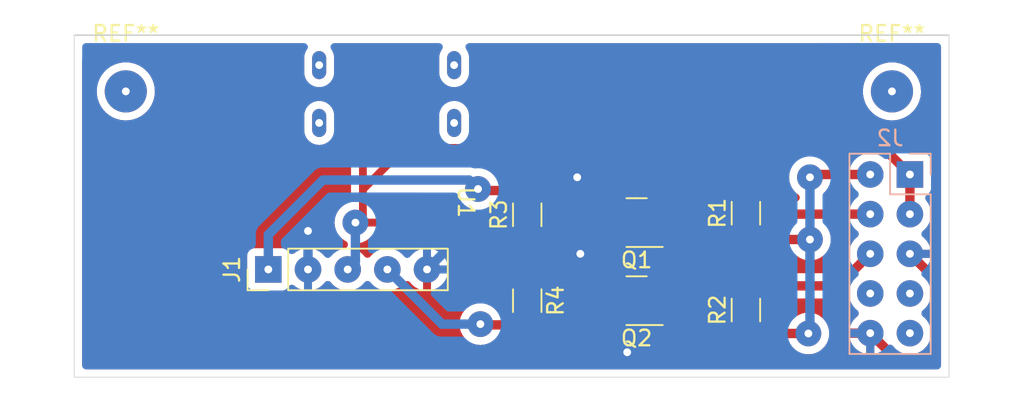
<source format=kicad_pcb>
(kicad_pcb (version 20211014) (generator pcbnew)
  (layers (0 "F.Cu" mixed) (31 "B.Cu" mixed) (34 "B.Paste" user) (35 "F.Paste" user) (36 "B.SilkS" user "B.Silkscreen") (37 "F.SilkS" user "F.Silkscreen") (38 "B.Mask" user) (39 "F.Mask" user) (44 "Edge.Cuts" user))
  (net 0 "")
  (net 1 "SDA_5v")
  (net 2 "GND")
  (net 3 "5v")
  (net 4 "SCL_5V")
  (net 5 "3v3")
  (net 6 "SDA")
  (net 7 "SCL")
  (net 10 "GPIO04")
  (net 11 "GPIO14")
  (net 12 "GPIO15")
  (footprint "MountingHole:MountingHole_2.7mm" (layer "F.Cu") (at 120.3 56.1)
    (fp_text reference "REF**" (at 0 -3.7) (layer "F.SilkS"))
    (fp_text value "MountingHole_2.7mm")
    (pad "" np_thru_hole circle locked (at 0 0) (size 2.7 2.7) (drill 0.5) (layers *.Cu *.Mask))
  )
  (footprint "Package_TO_SOT_SMD:SOT-23" (layer "F.Cu") (at 153 64.5 180)
    (fp_text reference "Q1" (at 0 -2.4) (layer "F.SilkS"))
    (fp_text value "BSS138")
    (fp_line (start 0 1.56) (end -0.65 1.56) (layer "F.SilkS") (width 0.12))
    (fp_line (start 0 1.56) (end 0.65 1.56) (layer "F.SilkS") (width 0.12))
    (fp_line (start 0 -1.56) (end -1.675 -1.56) (layer "F.SilkS") (width 0.12))
    (fp_line (start 0 -1.56) (end 0.65 -1.56) (layer "F.SilkS") (width 0.12))
    (pad "1" smd roundrect locked (at -0.9375 -0.95 180) (size 1.475 0.6) (layers "F.Cu" "F.Paste" "F.Mask") (net 5 "3v3"))
    (pad "2" smd roundrect locked (at -0.9375 0.95 180) (size 1.475 0.6) (layers "F.Cu" "F.Paste" "F.Mask") (net 6 "SDA"))
    (pad "3" smd roundrect locked (at 0.9375 0 180) (size 1.475 0.6) (layers "F.Cu" "F.Paste" "F.Mask") (net 1 "SDA_5v"))
  )
  (footprint "MountingHole:MountingHole_2.7mm" (layer "F.Cu") (at 169.35 56.1)
    (fp_text reference "REF**" (at 0 -3.7) (layer "F.SilkS"))
    (fp_text value "MountingHole_2.7mm")
    (pad "" np_thru_hole circle locked (at 0 0) (size 2.7 2.7) (drill 0.5) (layers *.Cu *.Mask))
  )
  (footprint "Connector_PinHeader_2.54mm:PinHeader_1x05_P2.54mm_Vertical" (layer "F.Cu") (at 129.425 67.5 90)
    (fp_text reference "J1" (at 0 -2.33 90) (layer "F.SilkS"))
    (fp_text value "Conn_01x05_Male")
    (fp_line (start -1.33 1.27) (end -1.33 11.49) (layer "F.SilkS") (width 0.12))
    (fp_line (start -1.33 1.27) (end 1.33 1.27) (layer "F.SilkS") (width 0.12))
    (fp_line (start 1.33 1.27) (end 1.33 11.49) (layer "F.SilkS") (width 0.12))
    (fp_line (start -1.33 11.49) (end 1.33 11.49) (layer "F.SilkS") (width 0.12))
    (fp_line (start -1.33 -1.33) (end 0 -1.33) (layer "F.SilkS") (width 0.12))
    (fp_line (start -1.33 0) (end -1.33 -1.33) (layer "F.SilkS") (width 0.12))
    (pad "1" thru_hole rect locked (at 0 0 90) (size 1.7 1.7) (drill 0.5) (layers *.Cu *.Mask) (net 1 "SDA_5v"))
    (pad "2" thru_hole oval locked (at 0 2.54 90) (size 1.7 1.7) (drill 0.5) (layers *.Cu *.Mask) (net 2 "GND"))
    (pad "3" thru_hole oval locked (at 0 5.08 90) (size 1.7 1.7) (drill 0.5) (layers *.Cu *.Mask) (net 3 "5v"))
    (pad "4" thru_hole oval locked (at 0 7.62 90) (size 1.7 1.7) (drill 0.5) (layers *.Cu *.Mask) (net 4 "SCL_5V"))
    (pad "5" thru_hole oval locked (at 0 10.16 90) (size 1.7 1.7) (drill 0.5) (layers *.Cu *.Mask) (net 2 "GND"))
  )
  (footprint "Resistor_SMD:R_1206_3216Metric_Pad1.30x1.75mm_HandSolder" (layer "F.Cu") (at 146 69.5 -90)
    (fp_text reference "R4" (at 0 -1.82 90) (layer "F.SilkS"))
    (fp_text value "10k")
    (fp_line (start -0.727064 -0.91) (end 0.727064 -0.91) (layer "F.SilkS") (width 0.12))
    (fp_line (start -0.727064 0.91) (end 0.727064 0.91) (layer "F.SilkS") (width 0.12))
    (pad "1" smd roundrect locked (at -1.55 0 270) (size 1.3 1.75) (layers "F.Cu" "F.Paste" "F.Mask") (roundrect_rratio 0.1923076923) (net 3 "5v"))
    (pad "2" smd roundrect locked (at 1.55 0 270) (size 1.3 1.75) (layers "F.Cu" "F.Paste" "F.Mask") (roundrect_rratio 0.1923076923) (net 4 "SCL_5V"))
  )
  (footprint "Package_TO_SOT_SMD:SOT-23" (layer "F.Cu") (at 153 69.5 180)
    (fp_text reference "Q2" (at 0 -2.4) (layer "F.SilkS"))
    (fp_text value "BSS138")
    (fp_line (start 0 -1.56) (end -1.675 -1.56) (layer "F.SilkS") (width 0.12))
    (fp_line (start 0 1.56) (end 0.65 1.56) (layer "F.SilkS") (width 0.12))
    (fp_line (start 0 -1.56) (end 0.65 -1.56) (layer "F.SilkS") (width 0.12))
    (fp_line (start 0 1.56) (end -0.65 1.56) (layer "F.SilkS") (width 0.12))
    (pad "1" smd roundrect locked (at -0.9375 -0.95 180) (size 1.475 0.6) (layers "F.Cu" "F.Paste" "F.Mask") (net 5 "3v3"))
    (pad "2" smd roundrect locked (at -0.9375 0.95 180) (size 1.475 0.6) (layers "F.Cu" "F.Paste" "F.Mask") (net 7 "SCL"))
    (pad "3" smd roundrect locked (at 0.9375 0 180) (size 1.475 0.6) (layers "F.Cu" "F.Paste" "F.Mask") (net 4 "SCL_5V"))
  )
  (footprint ".Ambisonic:USB-C" (layer "F.Cu") (at 137 50.5 180)
    (fp_text reference "U1" (at -5.08 -12.7 270 unlocked) (layer "F.SilkS"))
    (fp_text value "USB-C")
    (pad "" np_thru_hole oval (at 4.32 -3.92 180) (size 0.9 1.8) (drill 0.5) (layers F&B.Cu *.Mask))
    (pad "" np_thru_hole oval (at 4.32 -7.62 180) (size 0.9 1.8) (drill 0.5) (layers F&B.Cu *.Mask))
    (pad "" np_thru_hole oval (at -4.32 -3.92 180) (size 0.9 1.8) (drill 0.5) (layers F&B.Cu *.Mask))
    (pad "" np_thru_hole oval (at -4.32 -7.62 180) (size 0.9 1.8) (drill 0.5) (layers F&B.Cu *.Mask))
    (pad "1" smd roundrect (at -2.75 -7.622136 180) (size 0.9 1.6) (layers "F.Cu" "F.Paste" "F.Mask") (net 2 "GND"))
    (pad "2" smd roundrect (at -1.52 -7.62 180) (size 0.8 1.6) (layers "F.Cu" "F.Paste" "F.Mask") (net 3 "5v"))
    (pad "3" smd roundrect (at -0.5 -7.62 180) (size 0.7 1.6) (layers "F.Cu" "F.Paste" "F.Mask"))
    (pad "4" smd roundrect (at 0.5 -7.62 180) (size 0.7 1.6) (layers "F.Cu" "F.Paste" "F.Mask"))
    (pad "5" smd roundrect (at 1.52 -7.62 180) (size 0.8 1.6) (layers "F.Cu" "F.Paste" "F.Mask") (net 3 "5v"))
    (pad "6" smd roundrect (at 2.75 -7.62 180) (size 0.9 1.6) (layers "F.Cu" "F.Paste" "F.Mask") (net 2 "GND"))
  )
  (footprint "Resistor_SMD:R_1206_3216Metric_Pad1.30x1.75mm_HandSolder" (layer "F.Cu") (at 146 64 90)
    (fp_text reference "R3" (at 0 -1.82 90) (layer "F.SilkS"))
    (fp_text value "10k")
    (fp_line (start -0.727064 0.91) (end 0.727064 0.91) (layer "F.SilkS") (width 0.12))
    (fp_line (start -0.727064 -0.91) (end 0.727064 -0.91) (layer "F.SilkS") (width 0.12))
    (pad "1" smd roundrect locked (at -1.55 0 90) (size 1.3 1.75) (layers "F.Cu" "F.Paste" "F.Mask") (roundrect_rratio 0.1923076923) (net 3 "5v"))
    (pad "2" smd roundrect locked (at 1.55 0 90) (size 1.3 1.75) (layers "F.Cu" "F.Paste" "F.Mask") (roundrect_rratio 0.1923076923) (net 1 "SDA_5v"))
  )
  (footprint "Resistor_SMD:R_1206_3216Metric_Pad1.30x1.75mm_HandSolder" (layer "F.Cu") (at 160 70.1 90)
    (fp_text reference "R2" (at 0 -1.82 90) (layer "F.SilkS"))
    (fp_text value "10k")
    (fp_line (start -0.727064 0.91) (end 0.727064 0.91) (layer "F.SilkS") (width 0.12))
    (fp_line (start -0.727064 -0.91) (end 0.727064 -0.91) (layer "F.SilkS") (width 0.12))
    (pad "1" smd roundrect locked (at -1.55 0 90) (size 1.3 1.75) (layers "F.Cu" "F.Paste" "F.Mask") (roundrect_rratio 0.1923076923) (net 5 "3v3"))
    (pad "2" smd roundrect locked (at 1.55 0 90) (size 1.3 1.75) (layers "F.Cu" "F.Paste" "F.Mask") (roundrect_rratio 0.1923076923) (net 7 "SCL"))
  )
  (footprint "Resistor_SMD:R_1206_3216Metric_Pad1.30x1.75mm_HandSolder" (layer "F.Cu") (at 160 63.9 90)
    (fp_text reference "R1" (at 0 -1.82 90) (layer "F.SilkS"))
    (fp_text value "10k")
    (fp_line (start -0.727064 0.91) (end 0.727064 0.91) (layer "F.SilkS") (width 0.12))
    (fp_line (start -0.727064 -0.91) (end 0.727064 -0.91) (layer "F.SilkS") (width 0.12))
    (pad "1" smd roundrect locked (at -1.55 0 90) (size 1.3 1.75) (layers "F.Cu" "F.Paste" "F.Mask") (roundrect_rratio 0.1923076923) (net 5 "3v3"))
    (pad "2" smd roundrect locked (at 1.55 0 90) (size 1.3 1.75) (layers "F.Cu" "F.Paste" "F.Mask") (roundrect_rratio 0.1923076923) (net 6 "SDA"))
  )
  (footprint "Connector_PinHeader_2.54mm:PinHeader_2x05_P2.54mm_Vertical" (layer "B.Cu") (at 170.5 61.42 180)
    (fp_text reference "J2" (at 1.27 2.33) (layer "B.SilkS") (effects (justify mirror)))
    (fp_text value "Conn_02x05_Odd_Even")
    (fp_line (start -1.33 1.33) (end 0 1.33) (layer "B.SilkS") (width 0.12))
    (fp_line (start 1.27 1.33) (end 3.87 1.33) (layer "B.SilkS") (width 0.12))
    (fp_line (start -1.33 0) (end -1.33 1.33) (layer "B.SilkS") (width 0.12))
    (fp_line (start -1.33 -1.27) (end 1.27 -1.27) (layer "B.SilkS") (width 0.12))
    (fp_line (start -1.33 -1.27) (end -1.33 -11.49) (layer "B.SilkS") (width 0.12))
    (fp_line (start 1.27 -1.27) (end 1.27 1.33) (layer "B.SilkS") (width 0.12))
    (fp_line (start -1.33 -11.49) (end 3.87 -11.49) (layer "B.SilkS") (width 0.12))
    (fp_line (start 3.87 1.33) (end 3.87 -11.49) (layer "B.SilkS") (width 0.12))
    (pad "1" thru_hole rect locked (at 0 0 180) (size 1.7 1.7) (drill 0.5) (layers *.Cu *.Mask) (net 3 "5v"))
    (pad "2" thru_hole oval locked (at 2.54 0 180) (size 1.7 1.7) (drill 0.5) (layers *.Cu *.Mask) (net 5 "3v3"))
    (pad "3" thru_hole oval locked (at 0 -2.54 180) (size 1.7 1.7) (drill 0.5) (layers *.Cu *.Mask) (net 3 "5v"))
    (pad "4" thru_hole oval locked (at 2.54 -2.54 180) (size 1.7 1.7) (drill 0.5) (layers *.Cu *.Mask) (net 6 "SDA"))
    (pad "5" thru_hole oval locked (at 0 -5.08 180) (size 1.7 1.7) (drill 0.5) (layers *.Cu *.Mask) (net 2 "GND"))
    (pad "6" thru_hole oval locked (at 2.54 -5.08 180) (size 1.7 1.7) (drill 0.5) (layers *.Cu *.Mask) (net 7 "SCL"))
    (pad "7" thru_hole oval locked (at 0 -7.62 180) (size 1.7 1.7) (drill 0.5) (layers *.Cu *.Mask) (net 11 "GPIO14"))
    (pad "8" thru_hole oval locked (at 2.54 -7.62 180) (size 1.7 1.7) (drill 0.5) (layers *.Cu *.Mask) (net 10 "GPIO04"))
    (pad "9" thru_hole oval locked (at 0 -10.16 180) (size 1.7 1.7) (drill 0.5) (layers *.Cu *.Mask) (net 12 "GPIO15"))
    (pad "10" thru_hole oval locked (at 2.54 -10.16 180) (size 1.7 1.7) (drill 0.5) (layers *.Cu *.Mask) (net 2 "GND"))
  )
  (gr_line (start 117 52.5) (end 117 74.4) (layer "Edge.Cuts") (width 0.05))
  (gr_line (start 173 52.5) (end 117 52.5) (layer "Edge.Cuts") (width 0.1))
  (gr_line (start 173 52.5) (end 173 74.4) (layer "Edge.Cuts") (width 0.05))
  (gr_line (start 173 74.4) (end 117 74.4) (layer "Edge.Cuts") (width 0.05))
  (segment (start 148.05 64.5) (end 146 62.45) (width 0.6) (layer "F.Cu") (net 1))
  (segment (start 142.95 62.45) (end 142.85 62.35) (width 0.6) (layer "F.Cu") (net 1))
  (segment (start 146 62.45) (end 142.95 62.45) (width 0.6) (layer "F.Cu") (net 1))
  (segment (start 152.0625 64.5) (end 148.05 64.5) (width 0.6) (layer "F.Cu") (net 1))
  (via (at 142.85 62.35) (size 1.65) (drill 0.5) (layers "F.Cu" "B.Cu") (net 1))
  (segment (start 142.85 62.35) (end 142.275969 61.775969) (width 0.6) (layer "B.Cu") (net 1))
  (segment (start 129.425 65.275) (end 129.425 67.5) (width 0.6) (layer "B.Cu") (net 1))
  (segment (start 132.924031 61.775969) (end 129.425 65.275) (width 0.6) (layer "B.Cu") (net 1))
  (segment (start 142.275969 61.775969) (end 132.924031 61.775969) (width 0.6) (layer "B.Cu") (net 1))
  (segment (start 167.96 71.58) (end 166.52 71.58) (width 0.6) (layer "F.Cu") (net 2))
  (segment (start 152.824511 73.224511) (end 152.4 72.8) (width 0.6) (layer "F.Cu") (net 2))
  (segment (start 170.5 66.5) (end 172.149511 68.149511) (width 0.6) (layer "F.Cu") (net 2))
  (segment (start 134.25 56.75) (end 134.25 58.12) (width 0.6) (layer "F.Cu") (net 2))
  (segment (start 134.2 62.8) (end 131.965 65.035) (width 0.6) (layer "F.Cu") (net 2))
  (segment (start 134.25 58.12) (end 134.2 58.17) (width 0.6) (layer "F.Cu") (net 2))
  (segment (start 139.75 58.122136) (end 139.75 57.136466) (width 0.6) (layer "F.Cu") (net 2))
  (segment (start 140 67.085) (end 139.585 67.5) (width 0.6) (layer "F.Cu") (net 2))
  (segment (start 164.672896 73.224511) (end 153.624511 73.224511) (width 0.6) (layer "F.Cu") (net 2))
  (segment (start 134.2 58.17) (end 134.2 62.8) (width 0.6) (layer "F.Cu") (net 2))
  (segment (start 169.88 73.5) (end 167.96 71.58) (width 0.6) (layer "F.Cu") (net 2))
  (segment (start 166.317407 71.58) (end 164.672896 73.224511) (width 0.6) (layer "F.Cu") (net 2))
  (segment (start 166.52 71.58) (end 166.317407 71.58) (width 0.6) (layer "F.Cu") (net 2))
  (segment (start 139.75 57.136466) (end 139.134014 56.52048) (width 0.6) (layer "F.Cu") (net 2))
  (segment (start 172.149511 68.149511) (end 172.149511 72.263251) (width 0.6) (layer "F.Cu") (net 2))
  (segment (start 139.134014 56.52048) (end 134.47952 56.52048) (width 0.6) (layer "F.Cu") (net 2))
  (segment (start 153.624511 73.224511) (end 152.824511 73.224511) (width 0.6) (layer "F.Cu") (net 2))
  (segment (start 170.912762 73.5) (end 169.88 73.5) (width 0.6) (layer "F.Cu") (net 2))
  (segment (start 134.25 58.12) (end 134.25 58.272113) (width 0.5) (layer "F.Cu") (net 2))
  (segment (start 172.149511 72.263251) (end 170.912762 73.5) (width 0.6) (layer "F.Cu") (net 2))
  (segment (start 134.47952 56.52048) (end 134.25 56.75) (width 0.6) (layer "F.Cu") (net 2))
  (via (at 152.4 72.8) (size 1.65) (drill 0.5) (layers "F.Cu" "B.Cu") (net 2))
  (via (at 149.2 61.6) (size 1.65) (drill 0.5) (layers "F.Cu" "B.Cu") (net 2))
  (via (at 149.4 66.5) (size 1.65) (drill 0.5) (layers "F.Cu" "B.Cu") (net 2))
  (via (at 131.965 65.035) (size 1.65) (drill 0.5) (layers "F.Cu" "B.Cu") (net 2))
  (segment (start 141.5425 65.5425) (end 138.875489 62.875489) (width 0.6) (layer "B.Cu") (net 2))
  (segment (start 134.124511 62.875489) (end 131.965 65.035) (width 0.6) (layer "B.Cu") (net 2))
  (segment (start 152.4 72.8) (end 144.91225 65.31225) (width 0.6) (layer "B.Cu") (net 2))
  (segment (start 131.965 65.035) (end 131.965 67.5) (width 0.6) (layer "B.Cu") (net 2))
  (segment (start 144.91225 65.31225) (end 141.77275 65.31225) (width 0.6) (layer "B.Cu") (net 2))
  (segment (start 141.5425 65.5425) (end 139.585 67.5) (width 0.6) (layer "B.Cu") (net 2))
  (segment (start 141.77275 65.31225) (end 141.5425 65.5425) (width 0.6) (layer "B.Cu") (net 2))
  (segment (start 138.875489 62.875489) (end 134.124511 62.875489) (width 0.6) (layer "B.Cu") (net 2))
  (segment (start 138.089511 59.770489) (end 137.33 60.53) (width 0.6) (layer "F.Cu") (net 3))
  (segment (start 136.58 61.28) (end 135.83 62.03) (width 0.5) (layer "F.Cu") (net 3))
  (segment (start 170.5 63.96) (end 170.5 61.42) (width 0.6) (layer "F.Cu") (net 3))
  (segment (start 135 64.5) (end 144.95 64.5) (width 0.5) (layer "F.Cu") (net 3))
  (segment (start 144.95 64.5) (end 146 65.55) (width 0.5) (layer "F.Cu") (net 3))
  (segment (start 138.52 58.12) (end 138.52 59.34) (width 0.5) (layer "F.Cu") (net 3))
  (segment (start 135.83 62.03) (end 135.48 62.38) (width 0.5) (layer "F.Cu") (net 3))
  (segment (start 168.850489 59.770489) (end 138.089511 59.770489) (width 0.6) (layer "F.Cu") (net 3))
  (segment (start 135.48 62.38) (end 135.48 58.12) (width 0.5) (layer "F.Cu") (net 3))
  (segment (start 137.33 60.53) (end 136.58 61.28) (width 0.5) (layer "F.Cu") (net 3))
  (segment (start 135 64.5) (end 135.48 64.02) (width 0.5) (layer "F.Cu") (net 3))
  (segment (start 146 67.1) (end 146 67.95) (width 0.6) (layer "F.Cu") (net 3))
  (segment (start 170.5 61.42) (end 168.850489 59.770489) (width 0.6) (layer "F.Cu") (net 3))
  (segment (start 138.52 59.34) (end 137.33 60.53) (width 0.5) (layer "F.Cu") (net 3))
  (segment (start 135.48 64.02) (end 135.48 62.38) (width 0.5) (layer "F.Cu") (net 3))
  (segment (start 146 65.55) (end 146 67.1) (width 0.6) (layer "F.Cu") (net 3))
  (via (at 135 64.5) (size 1.65) (drill 0.5) (layers "F.Cu" "B.Cu") (net 3))
  (segment (start 135 64.5) (end 135 67.005) (width 0.6) (layer "B.Cu") (net 3))
  (segment (start 135 67.005) (end 134.505 67.5) (width 0.6) (layer "B.Cu") (net 3))
  (segment (start 146 71.05) (end 143.05 71.05) (width 0.6) (layer "F.Cu") (net 4))
  (segment (start 147.55 69.5) (end 146 71.05) (width 0.6) (layer "F.Cu") (net 4))
  (segment (start 152.0625 69.5) (end 147.55 69.5) (width 0.6) (layer "F.Cu") (net 4))
  (segment (start 143.05 71.05) (end 143 71) (width 0.6) (layer "F.Cu") (net 4))
  (via (at 143 71) (size 1.65) (drill 0.5) (layers "F.Cu" "B.Cu") (net 4))
  (segment (start 140.545 71) (end 137.045 67.5) (width 0.6) (layer "B.Cu") (net 4))
  (segment (start 143 71) (end 140.545 71) (width 0.6) (layer "B.Cu") (net 4))
  (segment (start 160 65.45) (end 153.9375 65.45) (width 0.6) (layer "F.Cu") (net 5))
  (segment (start 160.1345 65.5845) (end 160 65.45) (width 0.6) (layer "F.Cu") (net 5))
  (segment (start 167.96 61.42) (end 164.28 61.42) (width 0.6) (layer "F.Cu") (net 5))
  (segment (start 164 71.6) (end 160.05 71.6) (width 0.6) (layer "F.Cu") (net 5))
  (segment (start 160 71.65) (end 155.1375 71.65) (width 0.6) (layer "F.Cu") (net 5))
  (segment (start 160.05 71.6) (end 160 71.65) (width 0.6) (layer "F.Cu") (net 5))
  (segment (start 155.1375 71.65) (end 153.9375 70.45) (width 0.6) (layer "F.Cu") (net 5))
  (segment (start 164.28 61.42) (end 164.1 61.6) (width 0.6) (layer "F.Cu") (net 5))
  (segment (start 164.1 65.5845) (end 160.1345 65.5845) (width 0.6) (layer "F.Cu") (net 5))
  (via (at 164.1 61.6) (size 1.65) (drill 0.5) (layers "F.Cu" "B.Cu") (net 5))
  (via (at 164 71.6) (size 1.65) (drill 0.5) (layers "F.Cu" "B.Cu") (net 5))
  (via (at 164.1 65.5845) (size 1.65) (drill 0.5) (layers "F.Cu" "B.Cu") (net 5))
  (segment (start 164.1 66.1) (end 164.1 65.5845) (width 0.6) (layer "B.Cu") (net 5))
  (segment (start 164.1 66.1) (end 164.1 71.5) (width 0.6) (layer "B.Cu") (net 5))
  (segment (start 164.1 71.5) (end 164 71.6) (width 0.6) (layer "B.Cu") (net 5))
  (segment (start 164.1 61.6) (end 164.1 66.1) (width 0.6) (layer "B.Cu") (net 5))
  (segment (start 167.96 63.96) (end 161.61 63.96) (width 0.6) (layer "F.Cu") (net 6))
  (segment (start 154.95 62.35) (end 160 62.35) (width 0.6) (layer "F.Cu") (net 6))
  (segment (start 153.9375 63.55) (end 153.9375 63.3625) (width 0.6) (layer "F.Cu") (net 6))
  (segment (start 161.61 63.96) (end 160 62.35) (width 0.6) (layer "F.Cu") (net 6))
  (segment (start 153.9375 63.3625) (end 154.95 62.35) (width 0.6) (layer "F.Cu") (net 6))
  (segment (start 160 68.55) (end 165.91 68.55) (width 0.6) (layer "F.Cu") (net 7))
  (segment (start 165.91 68.55) (end 167.96 66.5) (width 0.6) (layer "F.Cu") (net 7))
  (segment (start 160 68.55) (end 153.9375 68.55) (width 0.6) (layer "F.Cu") (net 7))
  (zone (net 2) (net_name "GND") (layers F&B.Cu) (connect_pads (clearance 0.508)) (min_thickness 0.5) (fill yes (thermal_gap 0.508) (thermal_bridge_width 0.508) (smoothing chamfer) (radius 1))
    (polygon (pts (xy 174.4 77) (xy 115.2 76.4) (xy 117.6 53.2) (xy 174.2 53)))
  )
  (zone (net 2) (net_name "GND") (layer "B.Cu") (connect_pads (clearance 0.508)) (min_thickness 0.5) (fill yes (thermal_gap 0.508) (thermal_bridge_width 0.508) (smoothing chamfer) (radius 1))
    (polygon (pts (xy 173.4 76) (xy 114.2 75.4) (xy 116.6 52.2) (xy 173.2 52)))
  )
)
</source>
